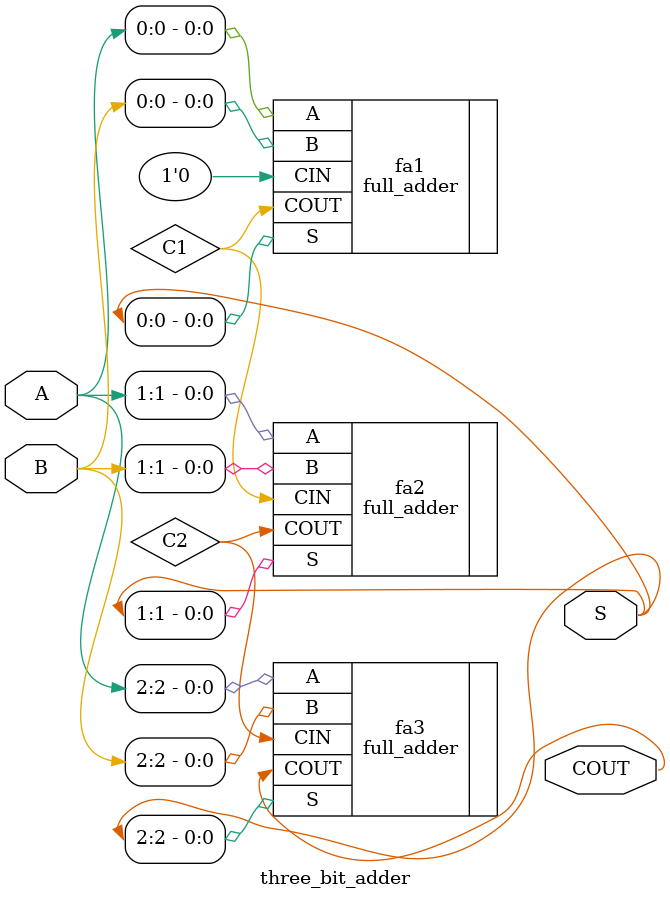
<source format=v>
`timescale 1ns / 1ps


module three_bit_adder(
    input [2:0] A,
    input [2:0] B,
    output [2:0] S,
    output COUT
    );
    
    wire C1, C2;
    
    full_adder fa1(.A(A[0]), .B(B[0]), .CIN(1'b0), .S(S[0]), .COUT(C1));
    full_adder fa2(.A(A[1]), .B(B[1]), .CIN(C1), .S(S[1]), .COUT(C2));
    full_adder fa3(.A(A[2]), .B(B[2]), .CIN(C2), .S(S[2]), .COUT(COUT));
    
endmodule

</source>
